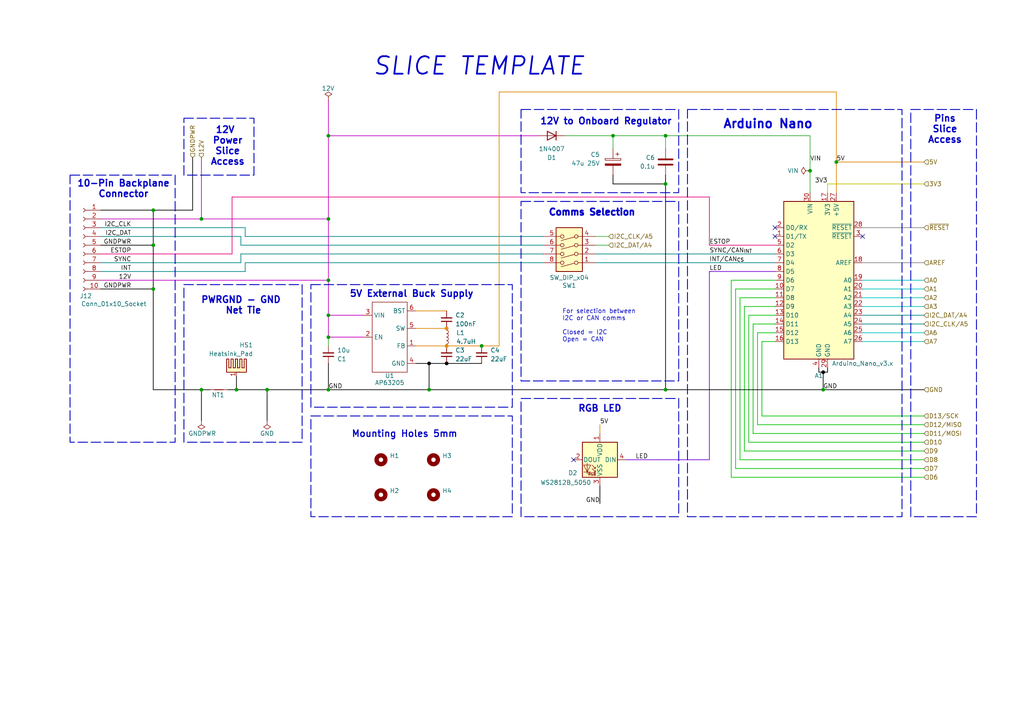
<source format=kicad_sch>
(kicad_sch (version 20250114) (generator "eeschema") (generator_version "9.0")
  (paper "A4")
  (lib_symbols
    (symbol "Connector:Conn_01x10_Socket" (pin_names (offset 1.016) (hide yes))
      (property "Reference" "J" (at 0 12.7 0))
      (property "Value" "Conn_01x10_Socket" (at 0 -15.24 0))
      (symbol "Conn_01x10_Socket_1_1"
        (polyline (pts (xy -1.27 10.16) (xy -0.508 10.16)) (stroke (width 0.1524)))
        (polyline (pts (xy -1.27 7.62) (xy -0.508 7.62)) (stroke (width 0.1524)))
        (polyline (pts (xy -1.27 5.08) (xy -0.508 5.08)) (stroke (width 0.1524)))
        (polyline (pts (xy -1.27 2.54) (xy -0.508 2.54)) (stroke (width 0.1524)))
        (polyline (pts (xy -1.27 0) (xy -0.508 0)) (stroke (width 0.1524)))
        (polyline (pts (xy -1.27 -2.54) (xy -0.508 -2.54)) (stroke (width 0.1524)))
        (polyline (pts (xy -1.27 -5.08) (xy -0.508 -5.08)) (stroke (width 0.1524)))
        (polyline (pts (xy -1.27 -7.62) (xy -0.508 -7.62)) (stroke (width 0.1524)))
        (polyline (pts (xy -1.27 -10.16) (xy -0.508 -10.16)) (stroke (width 0.1524)))
        (polyline (pts (xy -1.27 -12.7) (xy -0.508 -12.7)) (stroke (width 0.1524)))
        (arc (start 0 9.652) (mid -0.5058 10.16) (end 0 10.668) (stroke (width 0.1524)))
        (arc (start 0 7.112) (mid -0.5058 7.62) (end 0 8.128) (stroke (width 0.1524)))
        (arc (start 0 4.572) (mid -0.5058 5.08) (end 0 5.588) (stroke (width 0.1524)))
        (arc (start 0 2.032) (mid -0.5058 2.54) (end 0 3.048) (stroke (width 0.1524)))
        (arc (start 0 -0.508) (mid -0.5058 0) (end 0 0.508) (stroke (width 0.1524)))
        (arc (start 0 -3.048) (mid -0.5058 -2.54) (end 0 -2.032) (stroke (width 0.1524)))
        (arc (start 0 -5.588) (mid -0.5058 -5.08) (end 0 -4.572) (stroke (width 0.1524)))
        (arc (start 0 -8.128) (mid -0.5058 -7.62) (end 0 -7.112) (stroke (width 0.1524)))
        (arc (start 0 -10.668) (mid -0.5058 -10.16) (end 0 -9.652) (stroke (width 0.1524)))
        (arc (start 0 -13.208) (mid -0.5058 -12.7) (end 0 -12.192) (stroke (width 0.1524)))
        (pin passive line (at -5.08 10.16 0) (length 3.81) (name "Pin_1") (number "1"))
        (pin passive line (at -5.08 7.62 0) (length 3.81) (name "Pin_2") (number "2"))
        (pin passive line (at -5.08 5.08 0) (length 3.81) (name "Pin_3") (number "3"))
        (pin passive line (at -5.08 2.54 0) (length 3.81) (name "Pin_4") (number "4"))
        (pin passive line (at -5.08 0 0) (length 3.81) (name "Pin_5") (number "5"))
        (pin passive line (at -5.08 -2.54 0) (length 3.81) (name "Pin_6") (number "6"))
        (pin passive line (at -5.08 -5.08 0) (length 3.81) (name "Pin_7") (number "7"))
        (pin passive line (at -5.08 -7.62 0) (length 3.81) (name "Pin_8") (number "8"))
        (pin passive line (at -5.08 -10.16 0) (length 3.81) (name "Pin_9") (number "9"))
        (pin passive line (at -5.08 -12.7 0) (length 3.81) (name "Pin_10") (number "10"))
      )
    )
    (symbol "Device:C" (pin_numbers (hide yes)) (pin_names (offset 0.254))
      (property "Reference" "C" (at 0.635 2.54 0))
      (property "Value" "C" (at 0.635 -2.54 0))
      (symbol "C_0_1"
        (polyline (pts (xy -2.032 0.762) (xy 2.032 0.762)) (stroke (width 0.508)))
        (polyline (pts (xy -2.032 -0.762) (xy 2.032 -0.762)) (stroke (width 0.508)))
      )
      (symbol "C_1_1"
        (pin passive line (at 0 3.81 270) (length 2.794) (name "~") (number "1"))
        (pin passive line (at 0 -3.81 90) (length 2.794) (name "~") (number "2"))
      )
    )
    (symbol "Device:C_Polarized" (pin_numbers (hide yes)) (pin_names (offset 0.254))
      (property "Reference" "C" (at 0.635 2.54 0))
      (property "Value" "C_Polarized" (at 0.635 -2.54 0))
      (symbol "C_Polarized_0_1"
        (rectangle (start -2.286 0.508) (end 2.286 1.016))
        (polyline (pts (xy -1.778 2.286) (xy -0.762 2.286)))
        (polyline (pts (xy -1.27 2.794) (xy -1.27 1.778)))
        (rectangle (start 2.286 -0.508) (end -2.286 -1.016) (fill (type outline)))
      )
      (symbol "C_Polarized_1_1"
        (pin passive line (at 0 3.81 270) (length 2.794) (name "~") (number "1"))
        (pin passive line (at 0 -3.81 90) (length 2.794) (name "~") (number "2"))
      )
    )
    (symbol "Device:C_Small" (pin_numbers (hide yes)) (pin_names (offset 0.254) (hide yes))
      (property "Reference" "C" (at 0.254 1.778 0))
      (property "Value" "C_Small" (at 0.254 -2.032 0))
      (symbol "C_Small_0_1"
        (polyline (pts (xy -1.524 0.508) (xy 1.524 0.508)) (stroke (width 0.3048)))
        (polyline (pts (xy -1.524 -0.508) (xy 1.524 -0.508)) (stroke (width 0.3302)))
      )
      (symbol "C_Small_1_1"
        (pin passive line (at 0 2.54 270) (length 2.032) (name "~") (number "1"))
        (pin passive line (at 0 -2.54 90) (length 2.032) (name "~") (number "2"))
      )
    )
    (symbol "Device:L_Small" (pin_numbers (hide yes)) (pin_names (offset 0.254) (hide yes))
      (property "Reference" "L" (at 0.762 1.016 0))
      (property "Value" "L_Small" (at 0.762 -1.016 0))
      (symbol "L_Small_0_1"
        (arc (start 0 2.032) (mid 0.5058 1.524) (end 0 1.016))
        (arc (start 0 1.016) (mid 0.5058 0.508) (end 0 0))
        (arc (start 0 0) (mid 0.5058 -0.508) (end 0 -1.016))
        (arc (start 0 -1.016) (mid 0.5058 -1.524) (end 0 -2.032))
      )
      (symbol "L_Small_1_1"
        (pin passive line (at 0 2.54 270) (length 0.508) (name "~") (number "1"))
        (pin passive line (at 0 -2.54 90) (length 0.508) (name "~") (number "2"))
      )
    )
    (symbol "Device:NetTie_2" (pin_numbers (hide yes)) (pin_names (offset 0) (hide yes)) (in_bom no)
      (property "Reference" "NT" (at 0 1.27 0))
      (property "Value" "NetTie_2" (at 0 -1.27 0))
      (symbol "NetTie_2_0_1"
        (polyline (pts (xy -1.27 0) (xy 1.27 0)) (stroke (width 0.254)))
      )
      (symbol "NetTie_2_1_1"
        (pin passive line (at -2.54 0 0) (length 2.54) (name "1") (number "1"))
        (pin passive line (at 2.54 0 180) (length 2.54) (name "2") (number "2"))
      )
    )
    (symbol "Diode:1N4007" (pin_numbers (hide yes)) (pin_names (hide yes))
      (property "Reference" "D" (at 0 2.54 0))
      (property "Value" "1N4007" (at 0 -2.54 0))
      (symbol "1N4007_0_1"
        (polyline (pts (xy -1.27 1.27) (xy -1.27 -1.27)) (stroke (width 0.254)))
        (polyline (pts (xy 1.27 1.27) (xy 1.27 -1.27) (xy -1.27 0) (xy 1.27 1.27)) (stroke (width 0.254)))
        (polyline (pts (xy 1.27 0) (xy -1.27 0)))
      )
      (symbol "1N4007_1_1"
        (pin passive line (at -3.81 0 0) (length 2.54) (name "K") (number "1"))
        (pin passive line (at 3.81 0 180) (length 2.54) (name "A") (number "2"))
      )
    )
    (symbol "Mechanical:Heatsink_Pad" (pin_names (offset 0))
      (property "Reference" "HS" (at 0 5.715 0))
      (property "Value" "Heatsink_Pad" (at 0 3.81 0))
      (symbol "Heatsink_Pad_0_1"
        (polyline (pts (xy -0.3302 0) (xy -0.9652 0) (xy -0.9652 2.54) (xy -1.6002 2.54) (xy -1.6002 0) (xy -2.2352 0) (xy -2.2352 2.54) (xy -2.8702 2.54) (xy -2.8702 -1.27) (xy -0.9652 -1.27)) (stroke (width 0.254)) (fill (type background)))
        (polyline (pts (xy -0.3302 0) (xy -0.3302 2.54) (xy 0.3048 2.54) (xy 0.3048 0) (xy 0.9398 0) (xy 0.9398 2.54) (xy 1.5748 2.54) (xy 1.5748 0) (xy 2.2098 0) (xy 2.2098 2.54) (xy 2.8448 2.54) (xy 2.8448 -1.27) (xy -0.9652 -1.27)) (stroke (width 0.254)) (fill (type background)))
      )
      (symbol "Heatsink_Pad_1_1"
        (pin passive line (at 0 -2.54 90) (length 1.27) (name "~") (number "1"))
      )
    )
    (symbol "Mechanical:MountingHole" (pin_names (offset 1.016))
      (property "Reference" "H" (at 0 5.08 0))
      (property "Value" "MountingHole" (at 0 3.175 0))
      (symbol "MountingHole_0_1"
        (circle (center 0 0) (radius 1.27) (stroke (width 1.27)))
      )
    )
    (symbol "Switch:SW_DIP_x04" (pin_names (offset 0) (hide yes))
      (property "Reference" "SW" (at 0 8.89 0))
      (property "Value" "SW_DIP_x04" (at 0 -6.35 0))
      (symbol "SW_DIP_x04_0_0"
        (circle (center -2.032 5.08) (radius 0.508))
        (circle (center -2.032 2.54) (radius 0.508))
        (circle (center -2.032 0) (radius 0.508))
        (circle (center -2.032 -2.54) (radius 0.508))
        (polyline (pts (xy -1.524 5.207) (xy 2.3622 6.2484)))
        (polyline (pts (xy -1.524 2.667) (xy 2.3622 3.7084)))
        (polyline (pts (xy -1.524 0.127) (xy 2.3622 1.1684)))
        (polyline (pts (xy -1.524 -2.3876) (xy 2.3622 -1.3462)))
        (circle (center 2.032 5.08) (radius 0.508))
        (circle (center 2.032 2.54) (radius 0.508))
        (circle (center 2.032 0) (radius 0.508))
        (circle (center 2.032 -2.54) (radius 0.508))
      )
      (symbol "SW_DIP_x04_0_1"
        (rectangle (start -3.81 7.62) (end 3.81 -5.08) (stroke (width 0.254)) (fill (type background)))
      )
      (symbol "SW_DIP_x04_1_1"
        (pin passive line (at -7.62 5.08 0) (length 5.08) (name "~") (number "1"))
        (pin passive line (at -7.62 2.54 0) (length 5.08) (name "~") (number "2"))
        (pin passive line (at -7.62 0 0) (length 5.08) (name "~") (number "3"))
        (pin passive line (at -7.62 -2.54 0) (length 5.08) (name "~") (number "4"))
        (pin passive line (at 7.62 5.08 180) (length 5.08) (name "~") (number "8"))
        (pin passive line (at 7.62 2.54 180) (length 5.08) (name "~") (number "7"))
        (pin passive line (at 7.62 0 180) (length 5.08) (name "~") (number "6"))
        (pin passive line (at 7.62 -2.54 180) (length 5.08) (name "~") (number "5"))
      )
    )
    (symbol "kml-custom:AP63205WU-7"
      (property "Reference" "U1" (at 0 -14.986 0))
      (property "Value" "AP63205WU-7" (at 0 -17.018 0))
      (symbol "AP63205WU-7_0_1"
        (rectangle (start -5.08 6.35) (end 5.08 -13.97))
      )
      (symbol "AP63205WU-7_1_1"
        (pin input line (at -7.62 2.54 0) (length 2.54) (name "VIN") (number "3"))
        (pin input line (at -7.62 -3.81 0) (length 2.54) (name "EN") (number "2"))
        (pin input line (at 7.62 3.81 180) (length 2.54) (name "BST") (number "6"))
        (pin input line (at 7.62 -1.27 180) (length 2.54) (name "SW") (number "5"))
        (pin input line (at 7.62 -6.35 180) (length 2.54) (name "FB") (number "1"))
        (pin input line (at 7.62 -11.43 180) (length 2.54) (name "GND") (number "4"))
      )
    )
    (symbol "kml-custom:Arduino_Nano_v3.x"
      (property "Reference" "A1" (at 0 -27.6606 0))
      (property "Value" "Arduino_Nano_v3.x" (at 12.7 -24.13 0))
      (symbol "Arduino_Nano_v3.x_0_1"
        (rectangle (start -10.16 22.86) (end 10.16 -22.86) (stroke (width 0.254)) (fill (type background)))
      )
      (symbol "Arduino_Nano_v3.x_1_1"
        (pin bidirectional line (at -12.7 15.24 0) (length 2.54) (name "D0/RX") (number "2"))
        (pin bidirectional line (at -12.7 12.7 0) (length 2.54) (name "D1/TX") (number "1"))
        (pin bidirectional line (at -12.7 10.16 0) (length 2.54) (name "D2") (number "5"))
        (pin bidirectional line (at -12.7 7.62 0) (length 2.54) (name "D3") (number "6"))
        (pin bidirectional line (at -12.7 5.08 0) (length 2.54) (name "D4") (number "7"))
        (pin bidirectional line (at -12.7 2.54 0) (length 2.54) (name "D5") (number "8"))
        (pin bidirectional line (at -12.7 0 0) (length 2.54) (name "D6") (number "9"))
        (pin bidirectional line (at -12.7 -2.54 0) (length 2.54) (name "D7") (number "10"))
        (pin bidirectional line (at -12.7 -5.08 0) (length 2.54) (name "D8") (number "11"))
        (pin bidirectional line (at -12.7 -7.62 0) (length 2.54) (name "D9") (number "12"))
        (pin bidirectional line (at -12.7 -10.16 0) (length 2.54) (name "D10") (number "13"))
        (pin bidirectional line (at -12.7 -12.7 0) (length 2.54) (name "D11") (number "14"))
        (pin bidirectional line (at -12.7 -15.24 0) (length 2.54) (name "D12") (number "15"))
        (pin bidirectional line (at -12.7 -17.78 0) (length 2.54) (name "D13") (number "16"))
        (pin power_in line (at -2.54 25.4 270) (length 2.54) (name "VIN") (number "30"))
        (pin power_in line (at 0 -25.4 90) (length 2.54) (name "GND") (number "4"))
        (pin power_out line (at 2.54 25.4 270) (length 2.54) (name "3V3") (number "17"))
        (pin power_in line (at 2.54 -25.4 90) (length 2.54) (name "GND") (number "29"))
        (pin power_out line (at 5.08 25.4 270) (length 2.54) (name "+5V") (number "27"))
        (pin input line (at 12.7 15.24 180) (length 2.54) (name "~{RESET}") (number "28"))
        (pin input line (at 12.7 12.7 180) (length 2.54) (name "~{RESET}") (number "3"))
        (pin input line (at 12.7 5.08 180) (length 2.54) (name "AREF") (number "18"))
        (pin bidirectional line (at 12.7 0 180) (length 2.54) (name "A0") (number "19"))
        (pin bidirectional line (at 12.7 -2.54 180) (length 2.54) (name "A1") (number "20"))
        (pin bidirectional line (at 12.7 -5.08 180) (length 2.54) (name "A2") (number "21"))
        (pin bidirectional line (at 12.7 -7.62 180) (length 2.54) (name "A3") (number "22"))
        (pin bidirectional line (at 12.7 -10.16 180) (length 2.54) (name "A4") (number "23"))
        (pin bidirectional line (at 12.7 -12.7 180) (length 2.54) (name "A5") (number "24"))
        (pin bidirectional line (at 12.7 -15.24 180) (length 2.54) (name "A6") (number "25"))
        (pin bidirectional line (at 12.7 -17.78 180) (length 2.54) (name "A7") (number "26"))
      )
    )
    (symbol "kml-custom:WS2812B_5050" (pin_names (offset 0.254))
      (property "Reference" "D2" (at 7.874 -3.81 0))
      (property "Value" "WS2812B_5050" (at 9.906 -6.604 0))
      (symbol "WS2812B_5050_0_0"
        (text "RGB" (at 2.286 -4.191 0) (effects (font (size 0.762 0.762))))
      )
      (symbol "WS2812B_5050_0_1"
        (polyline (pts (xy 1.27 -2.54) (xy 1.778 -2.54)))
        (polyline (pts (xy 1.27 -3.556) (xy 1.778 -3.556)))
        (polyline (pts (xy 2.286 -1.524) (xy 1.27 -2.54) (xy 1.27 -2.032)))
        (polyline (pts (xy 2.286 -2.54) (xy 1.27 -3.556) (xy 1.27 -3.048)))
        (polyline (pts (xy 3.683 -1.016) (xy 3.683 -3.556) (xy 3.683 -4.064)))
        (polyline (pts (xy 4.699 -1.524) (xy 2.667 -1.524) (xy 3.683 -3.556) (xy 4.699 -1.524)))
        (polyline (pts (xy 4.699 -3.556) (xy 2.667 -3.556)))
        (rectangle (start 5.08 5.08) (end -5.08 -5.08) (stroke (width 0.254)) (fill (type background)))
      )
      (symbol "WS2812B_5050_1_1"
        (pin input line (at -7.62 0 0) (length 2.54) (name "DIN") (number "4"))
        (pin power_in line (at 0 7.62 270) (length 2.54) (name "VDD") (number "1"))
        (pin power_in line (at 0 -7.62 90) (length 2.54) (name "VSS") (number "3"))
        (pin output line (at 7.62 0 180) (length 2.54) (name "DOUT") (number "2"))
      )
    )
    (symbol "power:PWR_FLAG" (power) (pin_numbers (hide yes)) (pin_names (offset 0) (hide yes))
      (property "Value" "PWR_FLAG" (at 0 3.81 0))
      (symbol "PWR_FLAG_0_0"
        (pin power_out line (at 0 0 90) (length 0) (name "~") (number "1"))
      )
      (symbol "PWR_FLAG_0_1"
        (polyline (pts (xy 0 0) (xy 0 1.27) (xy -1.016 1.905) (xy 0 2.54) (xy 1.016 1.905) (xy 0 1.27)))
      )
    )
  )
  (rectangle (start 151.13 58.42) (end 196.85 110.49) (stroke (width 0.254) (type dash)))
  (rectangle (start 20.32 50.8) (end 50.8 128.27) (stroke (width 0.254) (type dash)))
  (rectangle (start 90.17 82.55) (end 148.59 118.11) (stroke (width 0.254) (type dash)))
  (rectangle (start 53.34 34.29) (end 73.66 50.8) (stroke (width 0.254) (type dash)))
  (rectangle (start 90.17 120.65) (end 148.59 149.86) (stroke (width 0.254) (type dash)))
  (rectangle (start 151.13 115.57) (end 196.85 149.86) (stroke (width 0.254) (type dash)))
  (rectangle (start 264.16 31.75) (end 283.21 149.86) (stroke (width 0.254) (type dash)))
  (rectangle (start 53.34 82.55) (end 87.63 128.27) (stroke (width 0.254) (type dash)))
  (rectangle (start 199.39 31.75) (end 261.62 149.86) (stroke (width 0.254) (type dash)))
  (rectangle (start 151.13 31.75) (end 196.85 55.88) (stroke (width 0.254) (type dash)))
  (text "Pins\nSlice\nAccess" (at 274.066 37.592 0) (effects (font (size 1.905 1.905) (thickness 0.381) (bold yes))))
  (text "10-Pin Backplane\nConnector" (at 35.814 54.864 0) (effects (font (size 1.905 1.905) (thickness 0.381) (bold yes))))
  (text "PWRGND - GND \nNet Tie" (at 70.612 88.646 0) (effects (font (size 1.905 1.905) (thickness 0.381) (bold yes))))
  (text "SLICE TEMPLATE" (at 138.938 19.304 0) (effects (font (size 5.08 5.08) (thickness 0.508) (bold yes) (italic yes))))
  (text "RGB LED" (at 173.99 118.618 0) (effects (font (size 1.905 1.905) (thickness 0.381) (bold yes))))
  (text "Pinout Details Arduino Nano:\n--------------------------------------------------------------------------------------------------------------------\nPin			| Function											| Limitations/Notes\n--------------------------------------------------------------------------------------------------------------------\nVIN			| External Supply Input								| External power source 7-12V\nGND			| Ground											| First GND pin available for circuit grounding\nRST			| Reset Input										| Active LOW\n5V			| Regulated 5V Output								| Regulated +5V power rail; supplying +5V power here bypasses the regulator (risky/advanced)\nA7-A6		| Analog Inputs (Input Only)						| 10-bit ADC; A6 & A7 are analog-only (cannot be used as digital I/O)\nA5-A4		| Analog Inputs, I2C (SDA, SCL)						| Dual-function: analog input and I2C communication; use dedicated I2C devices\nA3-A0		| Analog Inputs, Digital I/O						| 10-bit ADC resolution; can function as digital I/O when required\nAREF		| Analog Reference Voltage Input					| For using an external analog reference add a decoupling capacitor, else leave unconnected\n3.3V		| Regulated 3.3V Output								| Limited current (~50 mA max); supplying +3V3 power here bypasses the regulator (risky/advanced)\nD13			| Digital I/O, SPI SCK, Onboard LED					| SPI clock signal; onboard LED connected to D13\nD12			| Digital I/O, SPI MISO								| GPIO; SPI MISO\nD11			| Digital I/O, SPI MOSI, PWM						| GPIO; PWM available; SPI MOSI\nD10			| Digital I/O, PWM, SPI SS							| GPIO; PWM available; SPI Slave Select in master mode\nD9			| Digital I/O, PWM									| GPIO; PWM output available\nD8			| Digital I/O										| GPIO\nD7			| Digital I/O										| GPIO; AIN[1](-) of internal analog comparator\nD6			| Digital I/O, PWM									| GPIO; PWM available; AIN[0](+) of internal analog comparator\nD5			| Digital I/O, PWM									| GPIO; PWM available\nD4			| Digital I/O										| GPIO\nD3			| Digital I/O, PWM, Dedicated Hardware Interrupt	| GPIO; PWM available; supports external interrupts\nD2			| Digital I/O, Dedicated Hardware Interrupt			| GPIO; supports external interrupts\nGND			| Ground											| Second GND pin available for circuit grounding\nRST			| Reset Input										| Active LOW\nD1			| Digital I/O, Serial TX							| Shared with USB-to-serial converter; in general do not use to avoid conflicts during programming\nD0			| Digital I/O, Serial RX							| Shared with USB-to-serial converter; in general do not use to avoid conflicts during programming\n--------------------------------------------------------------------------------------------------------------------\n" (at 14.478 252.984 0) (effects (font (size 1.651 1.651)) (justify left)))
  (text "Comms Selection" (at 171.704 61.722 0) (effects (font (size 1.905 1.905) (thickness 0.508) (bold yes))))
  (text "Mounting Holes 5mm" (at 117.348 125.984 0) (effects (font (size 1.905 1.905) (thickness 0.3302) (bold yes))))
  (text "12V \nPower\nSlice\nAccess" (at 66.04 42.418 0) (effects (font (size 1.905 1.905) (thickness 0.381) (bold yes))))
  (text "For selection between \nI2C or CAN comms\n\nClosed = I2C\nOpen = CAN" (at 163.068 94.488 0) (effects (font (size 1.27 1.27)) (justify left)))
  (text "Arduino Nano" (at 222.758 36.068 0) (effects (font (size 2.54 2.54) (thickness 0.508) (bold yes))))
  (text "12V to Onboard Regulator" (at 175.768 35.306 0) (effects (font (size 1.905 1.905) (thickness 0.381) (bold yes))))
  (text "5V External Buck Supply" (at 119.38 85.344 0) (effects (font (size 1.905 1.905) (thickness 0.381) (bold yes))))
  (junction (at 124.46 105.41) (color 0 0 0 1))
  (junction (at 193.04 113.03))
  (junction (at 193.04 53.34))
  (junction (at 95.25 91.44))
  (junction (at 129.54 95.25) (color 221 133 0 1))
  (junction (at 95.25 113.03))
  (junction (at 139.7 100.33))
  (junction (at 177.8 39.37))
  (junction (at 58.42 63.5))
  (junction (at 234.95 49.53))
  (junction (at 44.45 71.12))
  (junction (at 95.25 81.28))
  (junction (at 77.47 113.03))
  (junction (at 95.25 97.79))
  (junction (at 44.45 83.82))
  (junction (at 242.57 46.99))
  (junction (at 238.76 113.03))
  (junction (at 129.54 105.41) (color 0 0 0 1))
  (junction (at 124.46 113.03))
  (junction (at 193.04 39.37))
  (junction (at 95.25 63.5))
  (junction (at 129.54 100.33) (color 221 133 0 1))
  (junction (at 44.45 60.96))
  (junction (at 68.58 113.03))
  (junction (at 95.25 39.37))
  (junction (at 58.42 113.03))
  (junction (at 238.76 107.95) (color 0 0 0 1))
  (no_connect (at 224.79 66.04))
  (no_connect (at 224.79 68.58))
  (no_connect (at 250.19 68.58))
  (no_connect (at 166.37 133.35))
  (wire (pts (xy 120.65 95.25) (xy 129.54 95.25)) (stroke (width 0.2032) (color 221 133 0 1)))
  (wire (pts (xy 267.97 130.81) (xy 215.9 130.81)) (stroke (width 0.2032) (color 0 194 0 1)))
  (wire (pts (xy 124.46 113.03) (xy 193.04 113.03)) (stroke (width 0.2032) (color 0 0 0 1)))
  (wire (pts (xy 163.83 39.37) (xy 177.8 39.37)))
  (wire (pts (xy 67.31 57.15) (xy 205.74 57.15)) (stroke (width 0.2032) (color 230 5 126 1)))
  (wire (pts (xy 95.25 81.28) (xy 95.25 63.5)) (stroke (width 0.2032) (color 194 0 194 1)))
  (wire (pts (xy 250.19 88.9) (xy 267.97 88.9)) (stroke (width 0.2032) (color 0 194 194 1)))
  (wire (pts (xy 237.49 106.68) (xy 237.49 107.95)) (stroke (width 0.2032) (color 0 0 0 1)))
  (wire (pts (xy 214.63 86.36) (xy 224.79 86.36)) (stroke (width 0.2032) (color 0 194 0 1)))
  (wire (pts (xy 77.47 113.03) (xy 95.25 113.03)) (stroke (width 0.2032) (color 0 0 0 1)))
  (wire (pts (xy 250.19 66.04) (xy 267.97 66.04)) (stroke (width 0.2032) (color 132 132 132 1)))
  (wire (pts (xy 193.04 50.8) (xy 193.04 53.34)) (stroke (width 0.2032) (color 0 0 0 1)))
  (wire (pts (xy 124.46 113.03) (xy 124.46 105.41)) (stroke (width 0.2032) (color 0 0 0 1)))
  (wire (pts (xy 77.47 113.03) (xy 77.47 121.92)) (stroke (width 0.2032) (color 0 0 0 1)))
  (wire (pts (xy 29.21 68.58) (xy 69.85 68.58)) (stroke (width 0.2032) (color 0 132 132 1)))
  (wire (pts (xy 267.97 128.27) (xy 217.17 128.27)) (stroke (width 0.2032) (color 0 194 0 1)))
  (wire (pts (xy 95.25 105.41) (xy 95.25 113.03)) (stroke (width 0.2032) (color 0 0 0 1)))
  (wire (pts (xy 68.58 109.22) (xy 68.58 113.03)) (stroke (width 0.2032) (color 0 0 0 1)))
  (wire (pts (xy 120.65 100.33) (xy 129.54 100.33)) (stroke (width 0.2032) (color 221 133 0 1)))
  (wire (pts (xy 172.72 71.12) (xy 176.53 71.12)))
  (wire (pts (xy 69.85 73.66) (xy 157.48 73.66)) (stroke (width 0.2032) (color 0 132 132 1)))
  (wire (pts (xy 267.97 123.19) (xy 219.71 123.19)) (stroke (width 0.2032) (color 0 194 0 1)))
  (wire (pts (xy 212.09 81.28) (xy 224.79 81.28)) (stroke (width 0.2032) (color 0 194 0 1)))
  (wire (pts (xy 267.97 125.73) (xy 218.44 125.73)) (stroke (width 0.2032) (color 0 194 0 1)))
  (wire (pts (xy 69.85 68.58) (xy 69.85 71.12)) (stroke (width 0.2032) (color 0 132 132 1)))
  (wire (pts (xy 173.99 140.97) (xy 173.99 146.05)) (stroke (width 0.2032) (color 0 0 0 1)))
  (wire (pts (xy 66.04 113.03) (xy 68.58 113.03)) (stroke (width 0.2032) (color 0 0 0 1)))
  (wire (pts (xy 71.12 68.58) (xy 157.48 68.58)) (stroke (width 0.2032) (color 0 132 132 1)))
  (wire (pts (xy 219.71 123.19) (xy 219.71 96.52)) (stroke (width 0.2032) (color 0 194 0 1)))
  (wire (pts (xy 193.04 39.37) (xy 193.04 43.18)))
  (wire (pts (xy 139.7 100.33) (xy 144.78 100.33)) (stroke (width 0.2032) (color 221 133 0 1)))
  (wire (pts (xy 29.21 76.2) (xy 69.85 76.2)) (stroke (width 0.2032) (color 0 132 132 1)))
  (wire (pts (xy 250.19 91.44) (xy 267.97 91.44)) (stroke (width 0.2032) (color 0 132 132 1)))
  (wire (pts (xy 29.21 63.5) (xy 58.42 63.5)) (stroke (width 0.2032) (color 194 0 194 1)))
  (wire (pts (xy 29.21 73.66) (xy 67.31 73.66)) (stroke (width 0.2032) (color 230 5 126 1)))
  (wire (pts (xy 234.95 39.37) (xy 193.04 39.37)))
  (wire (pts (xy 129.54 105.41) (xy 139.7 105.41)) (stroke (width 0.2032) (color 0 0 0 1)))
  (wire (pts (xy 44.45 83.82) (xy 44.45 113.03)) (stroke (width 0.2032) (color 0 0 0 1)))
  (wire (pts (xy 58.42 113.03) (xy 60.96 113.03)) (stroke (width 0.2032) (color 0 0 0 1)))
  (wire (pts (xy 238.76 107.95) (xy 240.03 107.95)) (stroke (width 0.2032) (color 0 0 0 1)))
  (wire (pts (xy 238.76 113.03) (xy 267.97 113.03)) (stroke (width 0.2032) (color 0 0 0 1)))
  (wire (pts (xy 29.21 71.12) (xy 44.45 71.12)) (stroke (width 0.2032) (color 0 0 0 1)))
  (wire (pts (xy 95.25 39.37) (xy 95.25 63.5)) (stroke (width 0.2032) (color 194 0 194 1)))
  (wire (pts (xy 250.19 81.28) (xy 267.97 81.28)) (stroke (width 0.2032) (color 0 194 194 1)))
  (wire (pts (xy 144.78 26.67) (xy 242.57 26.67)) (stroke (width 0.2032) (color 221 133 0 1)))
  (wire (pts (xy 205.74 71.12) (xy 224.79 71.12)) (stroke (width 0.2032) (color 230 5 126 1)))
  (wire (pts (xy 213.36 135.89) (xy 213.36 83.82)) (stroke (width 0.2032) (color 0 194 0 1)))
  (wire (pts (xy 71.12 66.04) (xy 71.12 68.58)) (stroke (width 0.2032) (color 0 132 132 1)))
  (wire (pts (xy 129.54 105.41) (xy 124.46 105.41)) (stroke (width 0.2032) (color 0 0 0 1)))
  (wire (pts (xy 267.97 120.65) (xy 220.98 120.65)) (stroke (width 0.2032) (color 0 194 0 1)))
  (wire (pts (xy 250.19 83.82) (xy 267.97 83.82)) (stroke (width 0.2032) (color 0 194 194 1)))
  (wire (pts (xy 29.21 66.04) (xy 71.12 66.04)) (stroke (width 0.2032) (color 0 132 132 1)))
  (wire (pts (xy 29.21 60.96) (xy 44.45 60.96)) (stroke (width 0.2032) (color 0 0 0 1)))
  (wire (pts (xy 95.25 39.37) (xy 156.21 39.37)) (stroke (width 0.2032) (color 194 0 194 1)))
  (wire (pts (xy 95.25 29.21) (xy 95.25 39.37)) (stroke (width 0.2032) (color 194 0 194 1)))
  (wire (pts (xy 58.42 63.5) (xy 95.25 63.5)) (stroke (width 0.2032) (color 194 0 194 1)))
  (wire (pts (xy 172.72 76.2) (xy 224.79 76.2)) (stroke (width 0.2032) (color 0 132 132 1)))
  (wire (pts (xy 240.03 53.34) (xy 267.97 53.34)) (stroke (width 0.2032) (color 194 194 0 1)))
  (wire (pts (xy 193.04 113.03) (xy 238.76 113.03)) (stroke (width 0.2032) (color 0 0 0 1)))
  (wire (pts (xy 242.57 46.99) (xy 267.97 46.99)) (stroke (width 0.2032) (color 221 133 0 1)))
  (wire (pts (xy 217.17 128.27) (xy 217.17 91.44)) (stroke (width 0.2032) (color 0 194 0 1)))
  (wire (pts (xy 213.36 83.82) (xy 224.79 83.82)) (stroke (width 0.2032) (color 0 194 0 1)))
  (wire (pts (xy 95.25 91.44) (xy 105.41 91.44)) (stroke (width 0.2032) (color 194 0 194 1)))
  (wire (pts (xy 44.45 113.03) (xy 58.42 113.03)) (stroke (width 0.2032) (color 0 0 0 1)))
  (wire (pts (xy 240.03 53.34) (xy 240.03 55.88)) (stroke (width 0.2032) (color 194 194 0 1)))
  (wire (pts (xy 215.9 130.81) (xy 215.9 88.9)) (stroke (width 0.2032) (color 0 194 0 1)))
  (wire (pts (xy 250.19 93.98) (xy 267.97 93.98)) (stroke (width 0.2032) (color 0 132 132 1)))
  (wire (pts (xy 237.49 107.95) (xy 238.76 107.95)) (stroke (width 0.2032) (color 0 0 0 1)))
  (wire (pts (xy 218.44 125.73) (xy 218.44 93.98)) (stroke (width 0.2032) (color 0 194 0 1)))
  (wire (pts (xy 44.45 71.12) (xy 44.45 60.96)) (stroke (width 0.2032) (color 0 0 0 1)))
  (wire (pts (xy 173.99 123.19) (xy 173.99 125.73)) (stroke (width 0.2032) (color 221 133 0 1)))
  (wire (pts (xy 120.65 90.17) (xy 129.54 90.17)) (stroke (width 0.2032) (color 221 133 0 1)))
  (wire (pts (xy 172.72 68.58) (xy 176.53 68.58)))
  (wire (pts (xy 29.21 81.28) (xy 95.25 81.28)) (stroke (width 0.2032) (color 194 0 194 1)))
  (wire (pts (xy 234.95 39.37) (xy 234.95 49.53)))
  (wire (pts (xy 250.19 99.06) (xy 267.97 99.06)) (stroke (width 0.2032) (color 0 194 194 1)))
  (wire (pts (xy 95.25 81.28) (xy 95.25 91.44)) (stroke (width 0.2032) (color 194 0 194 1)))
  (wire (pts (xy 250.19 86.36) (xy 267.97 86.36)) (stroke (width 0.2032) (color 0 194 194 1)))
  (wire (pts (xy 69.85 71.12) (xy 157.48 71.12)) (stroke (width 0.2032) (color 0 132 132 1)))
  (wire (pts (xy 250.19 76.2) (xy 267.97 76.2)) (stroke (width 0.2032) (color 132 132 132 1)))
  (wire (pts (xy 267.97 138.43) (xy 212.09 138.43)) (stroke (width 0.2032) (color 0 194 0 1)))
  (wire (pts (xy 69.85 76.2) (xy 69.85 73.66)) (stroke (width 0.2032) (color 0 132 132 1)))
  (wire (pts (xy 220.98 120.65) (xy 220.98 99.06)) (stroke (width 0.2032) (color 0 194 0 1)))
  (wire (pts (xy 71.12 76.2) (xy 157.48 76.2)) (stroke (width 0.2032) (color 0 132 132 1)))
  (wire (pts (xy 219.71 96.52) (xy 224.79 96.52)) (stroke (width 0.2032) (color 0 194 0 1)))
  (wire (pts (xy 242.57 26.67) (xy 242.57 46.99)) (stroke (width 0.2032) (color 221 133 0 1)))
  (wire (pts (xy 95.25 97.79) (xy 105.41 97.79)) (stroke (width 0.2032) (color 194 0 194 1)))
  (wire (pts (xy 214.63 133.35) (xy 214.63 86.36)) (stroke (width 0.2032) (color 0 194 0 1)))
  (wire (pts (xy 177.8 53.34) (xy 193.04 53.34)) (stroke (width 0.2032) (color 0 0 0 1)))
  (wire (pts (xy 177.8 39.37) (xy 193.04 39.37)))
  (wire (pts (xy 71.12 78.74) (xy 71.12 76.2)) (stroke (width 0.2032) (color 0 132 132 1)))
  (wire (pts (xy 29.21 83.82) (xy 44.45 83.82)) (stroke (width 0.2032) (color 0 0 0 1)))
  (wire (pts (xy 238.76 107.95) (xy 238.76 113.03)) (stroke (width 0.2032) (color 0 0 0 1)))
  (wire (pts (xy 234.95 49.53) (xy 234.95 55.88)))
  (wire (pts (xy 193.04 53.34) (xy 193.04 113.03)) (stroke (width 0.2032) (color 0 0 0 1)))
  (wire (pts (xy 205.74 78.74) (xy 224.79 78.74)) (stroke (width 0.2032) (color 119 0 211 1)))
  (wire (pts (xy 44.45 60.96) (xy 55.88 60.96)) (stroke (width 0.2032) (color 0 0 0 1)))
  (wire (pts (xy 58.42 121.92) (xy 58.42 113.03)) (stroke (width 0.2032) (color 0 0 0 1)))
  (wire (pts (xy 129.54 100.33) (xy 139.7 100.33)) (stroke (width 0.2032) (color 221 133 0 1)))
  (wire (pts (xy 172.72 73.66) (xy 224.79 73.66)) (stroke (width 0.2032) (color 0 132 132 1)))
  (wire (pts (xy 242.57 46.99) (xy 242.57 55.88)) (stroke (width 0.2032) (color 221 133 0 1)))
  (wire (pts (xy 120.65 105.41) (xy 124.46 105.41)) (stroke (width 0.2032) (color 0 0 0 1)))
  (wire (pts (xy 240.03 107.95) (xy 240.03 106.68)) (stroke (width 0.2032) (color 0 0 0 1)))
  (wire (pts (xy 95.25 100.33) (xy 95.25 97.79)))
  (wire (pts (xy 215.9 88.9) (xy 224.79 88.9)) (stroke (width 0.2032) (color 0 194 0 1)))
  (wire (pts (xy 212.09 138.43) (xy 212.09 81.28)) (stroke (width 0.2032) (color 0 194 0 1)))
  (wire (pts (xy 29.21 78.74) (xy 71.12 78.74)) (stroke (width 0.2032) (color 0 132 132 1)))
  (wire (pts (xy 181.61 133.35) (xy 205.74 133.35)) (stroke (width 0.2032) (color 119 0 211 1)))
  (wire (pts (xy 205.74 57.15) (xy 205.74 71.12)) (stroke (width 0.2032) (color 230 5 126 1)))
  (wire (pts (xy 218.44 93.98) (xy 224.79 93.98)) (stroke (width 0.2032) (color 0 194 0 1)))
  (wire (pts (xy 55.88 45.72) (xy 55.88 60.96)) (stroke (width 0.2032) (color 0 0 0 1)))
  (wire (pts (xy 95.25 91.44) (xy 95.25 97.79)) (stroke (width 0.2032) (color 194 0 194 1)))
  (wire (pts (xy 220.98 99.06) (xy 224.79 99.06)) (stroke (width 0.2032) (color 0 194 0 1)))
  (wire (pts (xy 144.78 26.67) (xy 144.78 100.33)) (stroke (width 0.2032) (color 221 133 0 1)))
  (wire (pts (xy 95.25 113.03) (xy 124.46 113.03)) (stroke (width 0.2032) (color 0 0 0 1)))
  (wire (pts (xy 58.42 45.72) (xy 58.42 63.5)) (stroke (width 0.2032) (color 194 0 194 1)))
  (wire (pts (xy 205.74 78.74) (xy 205.74 133.35)) (stroke (width 0.2032) (color 119 0 211 1)))
  (wire (pts (xy 267.97 133.35) (xy 214.63 133.35)) (stroke (width 0.2032) (color 0 194 0 1)))
  (wire (pts (xy 267.97 135.89) (xy 213.36 135.89)) (stroke (width 0.2032) (color 0 194 0 1)))
  (wire (pts (xy 217.17 91.44) (xy 224.79 91.44)) (stroke (width 0.2032) (color 0 194 0 1)))
  (wire (pts (xy 177.8 43.18) (xy 177.8 39.37)))
  (wire (pts (xy 44.45 83.82) (xy 44.45 71.12)) (stroke (width 0.2032) (color 0 0 0 1)))
  (wire (pts (xy 67.31 73.66) (xy 67.31 57.15)) (stroke (width 0.2032) (color 230 5 126 1)))
  (wire (pts (xy 177.8 53.34) (xy 177.8 50.8)) (stroke (width 0.2032) (color 0 0 0 1)))
  (wire (pts (xy 77.47 113.03) (xy 68.58 113.03)) (stroke (width 0.2032) (color 0 0 0 1)))
  (wire (pts (xy 250.19 96.52) (xy 267.97 96.52)) (stroke (width 0.2032) (color 0 194 194 1)))
  (label "VIN" (at 234.95 46.99 0))
  (label "INT" (at 38.1 78.74 180))
  (label "5V" (at 173.99 123.19 0))
  (label "5V" (at 242.57 46.99 0))
  (label "INT{slash}CAN_{CS}" (at 205.74 76.2 0))
  (label "ESTOP" (at 205.74 71.12 0))
  (label "GND" (at 238.76 113.03 0))
  (label "12V" (at 38.1 81.28 180))
  (label "SYNC{slash}CAN_{INT}" (at 205.74 73.66 0))
  (label "LED" (at 187.96 133.35 180))
  (label "3V3" (at 240.03 53.34 180))
  (label "I2C_DAT" (at 38.1 68.58 180))
  (label "LED" (at 205.74 78.74 0))
  (label "GND" (at 95.25 113.03 0))
  (label "SYNC" (at 38.1 76.2 180))
  (label "GNDPWR" (at 38.1 83.82 180))
  (label "ESTOP" (at 38.1 73.66 180))
  (label "I2C_CLK" (at 38.1 66.04 180))
  (label "GNDPWR" (at 38.1 71.12 180))
  (label "GND" (at 173.99 146.05 180))
  (hierarchical_label "A7" (shape input) (at 267.97 99.06 0))
  (hierarchical_label "D10" (shape input) (at 267.97 128.27 0))
  (hierarchical_label "A3" (shape input) (at 267.97 88.9 0))
  (hierarchical_label "3V3" (shape input) (at 267.97 53.34 0))
  (hierarchical_label "~{RESET}" (shape input) (at 267.97 66.04 0))
  (hierarchical_label "I2C_DAT{slash}A4" (shape input) (at 176.53 71.12 0))
  (hierarchical_label "A2" (shape input) (at 267.97 86.36 0))
  (hierarchical_label "AREF" (shape input) (at 267.97 76.2 0))
  (hierarchical_label "I2C_DAT{slash}A4" (shape input) (at 267.97 91.44 0))
  (hierarchical_label "A6" (shape input) (at 267.97 96.52 0))
  (hierarchical_label "D13{slash}SCK" (shape input) (at 267.97 120.65 0) (effects (font (size 1.2446 1.2446))))
  (hierarchical_label "D9" (shape input) (at 267.97 130.81 0))
  (hierarchical_label "5V" (shape input) (at 267.97 46.99 0))
  (hierarchical_label "A1" (shape input) (at 267.97 83.82 0))
  (hierarchical_label "D7" (shape input) (at 267.97 135.89 0))
  (hierarchical_label "I2C_CLK{slash}A5" (shape input) (at 176.53 68.58 0))
  (hierarchical_label "D12{slash}MISO" (shape input) (at 267.97 123.19 0) (effects (font (size 1.2446 1.2446))))
  (hierarchical_label "D11{slash}MOSI" (shape input) (at 267.97 125.73 0) (effects (font (size 1.2446 1.2446))))
  (hierarchical_label "GNDPWR" (shape input) (at 55.88 45.72 90))
  (hierarchical_label "D8" (shape input) (at 267.97 133.35 0))
  (hierarchical_label "GND" (shape input) (at 267.97 113.03 0))
  (hierarchical_label "12V" (shape input) (at 58.42 45.72 90))
  (hierarchical_label "A0" (shape input) (at 267.97 81.28 0))
  (hierarchical_label "I2C_CLK{slash}A5" (shape input) (at 267.97 93.98 0))
  (hierarchical_label "D6" (shape input) (at 267.97 138.43 0))
  (symbol (lib_id "Mechanical:MountingHole") (at 110.49 133.35 0) (unit 1)
    (property "Reference" "H1" (at 113.03 132.1816 0) (effects (justify left)))
    (property "Value" "MountingHole" (effects (hide yes)))
    (property "Footprint" "MountingHole:MountingHole_5mm" (effects (hide yes)))
  )
  (symbol (lib_id "Mechanical:MountingHole") (at 110.49 143.51 0) (unit 1)
    (property "Reference" "H2" (at 113.03 142.3416 0) (effects (justify left)))
    (property "Value" "MountingHole" (effects (hide yes)))
    (property "Footprint" "MountingHole:MountingHole_5mm" (effects (hide yes)))
  )
  (symbol (lib_id "Mechanical:MountingHole") (at 125.73 133.35 0) (unit 1)
    (property "Reference" "H3" (at 128.27 132.1816 0) (effects (justify left)))
    (property "Value" "MountingHole" (effects (hide yes)))
    (property "Footprint" "MountingHole:MountingHole_5mm" (effects (hide yes)))
  )
  (symbol (lib_id "Mechanical:MountingHole") (at 125.73 143.51 0) (unit 1)
    (property "Reference" "H4" (at 128.27 142.3416 0) (effects (justify left)))
    (property "Value" "MountingHole" (effects (hide yes)))
    (property "Footprint" "MountingHole:MountingHole_5mm" (effects (hide yes)))
  )
  (symbol (lib_id "kml-custom:Arduino_Nano_v3.x") (at 237.49 81.28 0) (unit 1)
    (property "Reference" "A1" (at 237.49 108.9406 0))
    (property "Value" "Arduino_Nano_v3.x" (at 250.19 105.41 0))
    (property "Footprint" "kml-custom:Arduino_Nano_Headers" (effects (hide yes)))
    (property "Datasheet" "http://www.mouser.com/pdfdocs/Gravitech_Arduino_Nano3_0.pdf" (effects (hide yes)))
  )
  (symbol (lib_id "Switch:SW_DIP_x04") (at 165.1 71.12 180) (unit 1)
    (property "Reference" "SW1" (at 165.1 82.804 0))
    (property "Value" "SW_DIP_x04" (at 165.1 80.518 0))
    (property "Footprint" "Button_Switch_SMD:SW_DIP_SPSTx04_Slide_9.78x12.34mm_W8.61mm_P2.54mm" (effects (hide yes)))
    (property "Description" "4x DIP Switch, Single Pole Single Throw (SPST) switch, small symbol" (effects (hide yes)))
  )
  (symbol (lib_id "Device:C") (at 193.04 46.99 0) (mirror y) (unit 1)
    (property "Reference" "C6" (at 189.992 45.72 0) (effects (justify left)))
    (property "Value" "0.1u" (at 189.992 48.26 0) (effects (justify left)))
    (property "Footprint" "Capacitor_SMD:C_0805_2012Metric_Pad1.18x1.45mm_HandSolder" (effects (hide yes)))
    (property "Description" "Unpolarized capacitor" (effects (hide yes)))
  )
  (symbol (lib_id "power:PWR_FLAG") (at 58.42 121.92 0) (mirror x) (unit 1)
    (property "Reference" "#FLG01" (effects (hide yes)))
    (property "Value" "GNDPWR" (at 54.61 125.73 0) (effects (justify left)))
    (property "Description" "Special symbol for telling ERC where power comes from" (effects (hide yes)))
  )
  (symbol (lib_id "Device:C_Small") (at 129.54 92.71 180) (unit 1)
    (property "Reference" "C2" (at 132.08 91.4336 0) (effects (justify right)))
    (property "Value" "100nF" (at 132.08 93.9736 0) (effects (justify right)))
    (property "Footprint" "Capacitor_SMD:C_1206_3216Metric" (effects (hide yes)))
  )
  (symbol (lib_id "power:PWR_FLAG") (at 95.25 29.21 0) (mirror y) (unit 1)
    (property "Reference" "#FLG03" (effects (hide yes)))
    (property "Value" "12V" (at 97.028 25.654 0) (effects (justify left)))
    (property "Description" "Special symbol for telling ERC where power comes from" (effects (hide yes)))
  )
  (symbol (lib_id "Device:C_Small") (at 129.54 102.87 180) (unit 1)
    (property "Reference" "C3" (at 132.08 101.5936 0) (effects (justify right)))
    (property "Value" "22uF" (at 132.08 104.1336 0) (effects (justify right)))
    (property "Footprint" "Capacitor_SMD:C_1206_3216Metric" (effects (hide yes)))
  )
  (symbol (lib_id "kml-custom:AP63205WU-7") (at 113.03 93.98 0) (unit 1)
    (property "Reference" "U1" (at 113.03 108.966 0))
    (property "Value" "AP63205" (at 113.03 110.998 0))
    (property "Footprint" "kml-custom:SOIC_05WU-7_DIO-M" (effects (hide yes)))
  )
  (symbol (lib_id "kml-custom:WS2812B_5050") (at 173.99 133.35 0) (mirror y) (unit 1)
    (property "Reference" "D2" (at 166.116 137.16 0))
    (property "Value" "WS2812B_5050" (at 164.084 139.954 0))
    (property "Footprint" "kml-custom:WS2812-5050-4PIN" (effects (hide yes)))
    (property "Datasheet" "https://cdn.sparkfun.com/datasheets/BreakoutBoards/WS2812B.pdf" (effects (hide yes)))
    (property "Description" "RGB LED with integrated controller" (effects (hide yes)))
    (property "PROD_ID" "DIO-12503" (effects (hide yes)))
  )
  (symbol (lib_id "Device:C_Polarized") (at 177.8 46.99 0) (mirror y) (unit 1)
    (property "Reference" "C5" (at 173.99 44.8309 0) (effects (justify left)))
    (property "Value" "47u 25V" (at 173.99 47.3709 0) (effects (justify left)))
    (property "Footprint" "Capacitor_SMD:CP_Elec_6.3x7.7" (effects (hide yes)))
    (property "Description" "Polarized capacitor" (effects (hide yes)))
  )
  (symbol (lib_id "Diode:1N4007") (at 160.02 39.37 0) (mirror y) (unit 1)
    (property "Reference" "D1" (at 160.02 45.72 0))
    (property "Value" "1N4007" (at 160.02 43.18 0))
    (property "Footprint" "Diode_SMD:D_SOD-123F" (effects (hide yes)))
    (property "Datasheet" "http://www.vishay.com/docs/88503/1n4001.pdf" (effects (hide yes)))
    (property "Description" "1000V 1A General Purpose Rectifier Diode, DO-41" (effects (hide yes)))
    (property "Sim.Device" "D" (effects (hide yes)))
    (property "Sim.Pins" "1=K 2=A" (effects (hide yes)))
  )
  (symbol (lib_id "Mechanical:Heatsink_Pad") (at 68.58 106.68 0) (mirror y) (unit 1)
    (property "Reference" "HS1" (at 73.406 100.076 0) (effects (justify left)))
    (property "Value" "Heatsink_Pad" (at 73.406 102.616 0) (effects (justify left)))
    (property "Footprint" "kml-custom:Thermal Pad" (effects (hide yes)))
    (property "Description" "Heatsink with electrical connection, 1 pin" (effects (hide yes)))
  )
  (symbol (lib_id "Device:L_Small") (at 129.54 97.79 0) (unit 1)
    (property "Reference" "L1" (at 132.334 96.52 0) (effects (justify left)))
    (property "Value" "4.7uH" (at 132.334 99.06 0) (effects (justify left)))
    (property "Footprint" "Inductor_SMD:L_1210_3225Metric" (effects (hide yes)))
  )
  (symbol (lib_id "Connector:Conn_01x10_Socket") (at 24.13 71.12 0) (mirror y) (unit 1)
    (property "Reference" "J12" (at 24.892 85.852 0))
    (property "Value" "Conn_01x10_Socket" (at 33.02 88.138 0))
    (property "Footprint" "Connector_PinSocket_2.54mm:PinSocket_1x10_P2.54mm_Horizontal" (effects (hide yes)))
    (property "Description" "Generic connector, single row, 01x10, script generated" (effects (hide yes)))
  )
  (symbol (lib_id "Device:C_Small") (at 139.7 102.87 180) (unit 1)
    (property "Reference" "C4" (at 142.24 101.5936 0) (effects (justify right)))
    (property "Value" "22uF" (at 142.24 104.1336 0) (effects (justify right)))
    (property "Footprint" "Capacitor_SMD:C_1206_3216Metric" (effects (hide yes)))
  )
  (symbol (lib_id "power:PWR_FLAG") (at 234.95 49.53 90) (mirror x) (unit 1)
    (property "Reference" "#FLG04" (effects (hide yes)))
    (property "Value" "VIN" (at 231.648 49.53 90) (effects (justify left)))
    (property "Description" "Special symbol for telling ERC where power comes from" (effects (hide yes)))
  )
  (symbol (lib_id "power:PWR_FLAG") (at 77.47 121.92 180) (unit 1)
    (property "Reference" "#FLG02" (effects (hide yes)))
    (property "Value" "GND" (at 79.502 125.73 0) (effects (justify left)))
    (property "Description" "Special symbol for telling ERC where power comes from" (effects (hide yes)))
  )
  (symbol (lib_id "Device:C_Small") (at 95.25 102.87 0) (mirror x) (unit 1)
    (property "Reference" "C1" (at 97.79 104.1337 0) (effects (justify left)))
    (property "Value" "10u" (at 97.79 101.5937 0) (effects (justify left)))
    (property "Footprint" "Capacitor_SMD:C_1206_3216Metric" (effects (hide yes)))
  )
  (symbol (lib_id "Device:NetTie_2") (at 63.5 113.03 0) (mirror y) (unit 1) (in_bom no)
    (property "Reference" "NT1" (at 63.246 114.554 0))
    (property "Value" "NetTie_2" (effects (hide yes)))
    (property "Footprint" "NetTie:NetTie-2_SMD_Pad2.0mm" (effects (hide yes)))
    (property "Description" "Net tie, 2 pins" (effects (hide yes)))
  )
)
</source>
